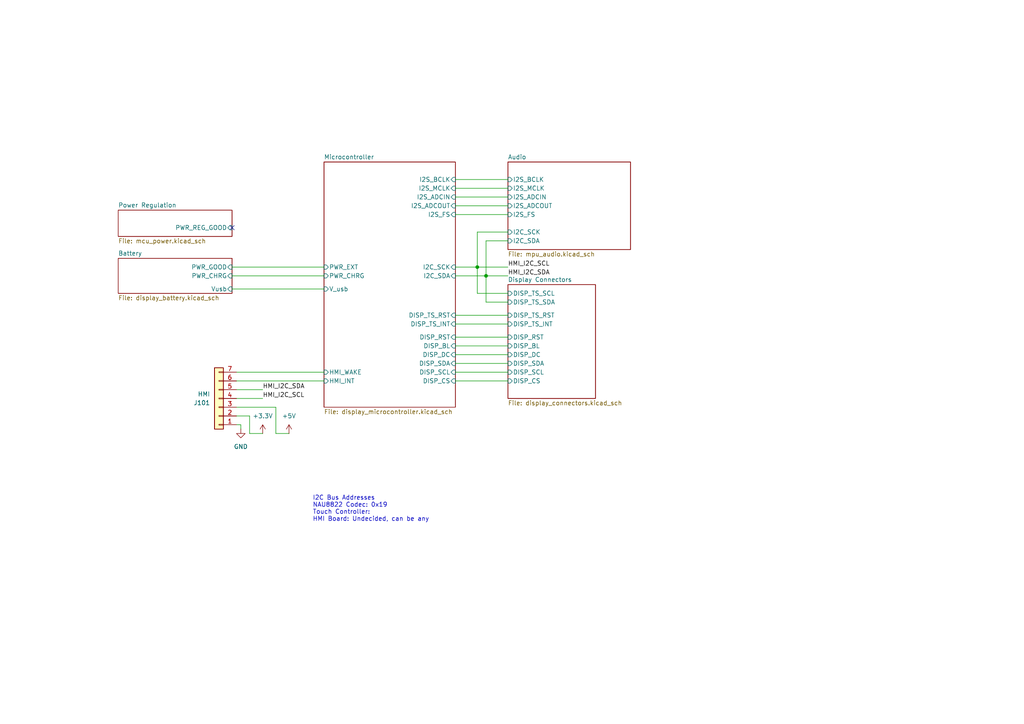
<source format=kicad_sch>
(kicad_sch (version 20250114) (generator "eeschema") (generator_version "9.0")
  (paper "A4")
  (lib_symbols
    (symbol "Connector_Generic:Conn_01x07" (pin_names (offset 1.016) (hide yes))
      (property "Reference" "J" (at 0 10.16 0))
      (property "Value" "Conn_01x07" (at 0 -10.16 0))
      (symbol "Conn_01x07_1_1"
        (rectangle (start -1.27 8.89) (end 1.27 -8.89) (stroke (width 0.254)) (fill (type background)))
        (rectangle (start -1.27 7.747) (end 0 7.493) (stroke (width 0.1524)))
        (rectangle (start -1.27 5.207) (end 0 4.953) (stroke (width 0.1524)))
        (rectangle (start -1.27 2.667) (end 0 2.413) (stroke (width 0.1524)))
        (rectangle (start -1.27 0.127) (end 0 -0.127) (stroke (width 0.1524)))
        (rectangle (start -1.27 -2.413) (end 0 -2.667) (stroke (width 0.1524)))
        (rectangle (start -1.27 -4.953) (end 0 -5.207) (stroke (width 0.1524)))
        (rectangle (start -1.27 -7.493) (end 0 -7.747) (stroke (width 0.1524)))
        (pin passive line (at -5.08 7.62 0) (length 3.81) (name "Pin_1") (number "1"))
        (pin passive line (at -5.08 5.08 0) (length 3.81) (name "Pin_2") (number "2"))
        (pin passive line (at -5.08 2.54 0) (length 3.81) (name "Pin_3") (number "3"))
        (pin passive line (at -5.08 0 0) (length 3.81) (name "Pin_4") (number "4"))
        (pin passive line (at -5.08 -2.54 0) (length 3.81) (name "Pin_5") (number "5"))
        (pin passive line (at -5.08 -5.08 0) (length 3.81) (name "Pin_6") (number "6"))
        (pin passive line (at -5.08 -7.62 0) (length 3.81) (name "Pin_7") (number "7"))
      )
    )
    (symbol "power:+3.3V" (power) (pin_numbers (hide yes)) (pin_names (offset 0) (hide yes))
      (property "Value" "+3.3V" (at 0 3.556 0))
      (symbol "+3.3V_0_1"
        (polyline (pts (xy -0.762 1.27) (xy 0 2.54)))
        (polyline (pts (xy 0 2.54) (xy 0.762 1.27)))
        (polyline (pts (xy 0 0) (xy 0 2.54)))
      )
      (symbol "+3.3V_1_1"
        (pin power_in line (at 0 0 90) (length 0) (name "~") (number "1"))
      )
    )
    (symbol "power:+5V" (power) (pin_numbers (hide yes)) (pin_names (offset 0) (hide yes))
      (property "Value" "+5V" (at 0 3.556 0))
      (symbol "+5V_0_1"
        (polyline (pts (xy -0.762 1.27) (xy 0 2.54)))
        (polyline (pts (xy 0 2.54) (xy 0.762 1.27)))
        (polyline (pts (xy 0 0) (xy 0 2.54)))
      )
      (symbol "+5V_1_1"
        (pin power_in line (at 0 0 90) (length 0) (name "~") (number "1"))
      )
    )
    (symbol "power:GND" (power) (pin_numbers (hide yes)) (pin_names (offset 0) (hide yes))
      (property "Value" "GND" (at 0 -3.81 0))
      (symbol "GND_0_1"
        (polyline (pts (xy 0 0) (xy 0 -1.27) (xy 1.27 -1.27) (xy 0 -2.54) (xy -1.27 -1.27) (xy 0 -1.27)))
      )
      (symbol "GND_1_1"
        (pin power_in line (at 0 0 270) (length 0) (name "~") (number "1"))
      )
    )
  )
  (text "I2C Bus Addresses\nNAU8822 Codec: 0x19\nTouch Controller:\nHMI Board: Undecided, can be any" (at 90.678 147.574 0) (effects (font (size 1.27 1.27)) (justify left)))
  (junction (at 138.43 77.47))
  (junction (at 140.97 80.01))
  (no_connect (at 67.31 66.04))
  (wire (pts (xy 132.08 97.79) (xy 147.32 97.79)))
  (wire (pts (xy 68.58 115.57) (xy 76.2 115.57)))
  (wire (pts (xy 140.97 87.63) (xy 147.32 87.63)))
  (wire (pts (xy 132.08 54.61) (xy 147.32 54.61)))
  (wire (pts (xy 67.31 80.01) (xy 93.98 80.01)))
  (wire (pts (xy 132.08 91.44) (xy 147.32 91.44)))
  (wire (pts (xy 140.97 80.01) (xy 147.32 80.01)))
  (wire (pts (xy 67.31 77.47) (xy 93.98 77.47)))
  (wire (pts (xy 132.08 100.33) (xy 147.32 100.33)))
  (wire (pts (xy 72.39 125.73) (xy 72.39 120.65)))
  (wire (pts (xy 80.01 125.73) (xy 80.01 118.11)))
  (wire (pts (xy 93.98 107.95) (xy 68.58 107.95)))
  (wire (pts (xy 69.85 123.19) (xy 68.58 123.19)))
  (wire (pts (xy 132.08 107.95) (xy 147.32 107.95)))
  (wire (pts (xy 132.08 105.41) (xy 147.32 105.41)))
  (wire (pts (xy 147.32 85.09) (xy 138.43 85.09)))
  (wire (pts (xy 132.08 62.23) (xy 147.32 62.23)))
  (wire (pts (xy 140.97 80.01) (xy 140.97 69.85)))
  (wire (pts (xy 138.43 77.47) (xy 147.32 77.47)))
  (wire (pts (xy 132.08 102.87) (xy 147.32 102.87)))
  (wire (pts (xy 68.58 113.03) (xy 76.2 113.03)))
  (wire (pts (xy 132.08 57.15) (xy 147.32 57.15)))
  (wire (pts (xy 132.08 77.47) (xy 138.43 77.47)))
  (wire (pts (xy 138.43 77.47) (xy 138.43 67.31)))
  (wire (pts (xy 132.08 93.98) (xy 147.32 93.98)))
  (wire (pts (xy 132.08 80.01) (xy 140.97 80.01)))
  (wire (pts (xy 140.97 80.01) (xy 140.97 87.63)))
  (wire (pts (xy 72.39 120.65) (xy 68.58 120.65)))
  (wire (pts (xy 83.82 125.73) (xy 80.01 125.73)))
  (wire (pts (xy 138.43 85.09) (xy 138.43 77.47)))
  (wire (pts (xy 67.31 83.82) (xy 93.98 83.82)))
  (wire (pts (xy 93.98 110.49) (xy 68.58 110.49)))
  (wire (pts (xy 76.2 125.73) (xy 72.39 125.73)))
  (wire (pts (xy 132.08 52.07) (xy 147.32 52.07)))
  (wire (pts (xy 140.97 69.85) (xy 147.32 69.85)))
  (wire (pts (xy 138.43 67.31) (xy 147.32 67.31)))
  (wire (pts (xy 80.01 118.11) (xy 68.58 118.11)))
  (wire (pts (xy 132.08 59.69) (xy 147.32 59.69)))
  (wire (pts (xy 69.85 124.46) (xy 69.85 123.19)))
  (wire (pts (xy 132.08 110.49) (xy 147.32 110.49)))
  (label "HMI_I2C_SDA" (at 76.2 113.03 0))
  (label "HMI_I2C_SCL" (at 147.32 77.47 0))
  (label "HMI_I2C_SDA" (at 147.32 80.01 0))
  (label "HMI_I2C_SCL" (at 76.2 115.57 0))
  (symbol (lib_id "power:+5V") (at 83.82 125.73 0) (mirror y) (unit 1)
    (property "Reference" "#PWR0103" (effects (hide yes)))
    (property "Value" "+5V" (at 83.82 120.65 0))
    (property "Description" "Power symbol creates a global label with name \"+5V\"" (effects (hide yes)))
  )
  (symbol (lib_id "Connector_Generic:Conn_01x07") (at 63.5 115.57 180) (unit 1)
    (property "Reference" "J101" (at 60.96 116.8401 0) (effects (justify left)))
    (property "Value" "HMI" (at 60.96 114.3001 0) (effects (justify left)))
    (property "Description" "Generic connector, single row, 01x07, script generated (kicad-library-utils/schlib/autogen/connector/)" (effects (hide yes)))
  )
  (symbol (lib_id "power:+3.3V") (at 76.2 125.73 0) (mirror y) (unit 1)
    (property "Reference" "#PWR0102" (effects (hide yes)))
    (property "Value" "+3.3V" (at 76.2 120.65 0))
    (property "Description" "Power symbol creates a global label with name \"+3.3V\"" (effects (hide yes)))
  )
  (symbol (lib_id "power:GND") (at 69.85 124.46 0) (mirror y) (unit 1)
    (property "Reference" "#PWR0101" (effects (hide yes)))
    (property "Value" "GND" (at 69.85 129.54 0))
    (property "Description" "Power symbol creates a global label with name \"GND\" , ground" (effects (hide yes)))
  )
  (sheet (at 34.29 60.96) (size 33.02 7.62) (stroke (width 0.1524))
    (property "Sheetname" "Power Regulation" (at 34.29 60.2484 0) (effects (justify left bottom)))
    (property "Sheetfile" "mcu_power.kicad_sch" (at 34.29 69.1646 0) (effects (justify left top)))
    (pin "PWR_REG_GOOD" input (at 67.31 66.04 0))
  )
  (sheet (at 147.32 82.55) (size 25.4 33.02) (stroke (width 0.1524))
    (property "Sheetname" "Display Connectors" (at 147.32 81.8384 0) (effects (justify left bottom)))
    (property "Sheetfile" "display_connectors.kicad_sch" (at 147.32 116.1546 0) (effects (justify left top)))
    (pin "DISP_BL" input (at 147.32 100.33 180))
    (pin "DISP_TS_SDA" input (at 147.32 87.63 180))
    (pin "DISP_RST" input (at 147.32 97.79 180))
    (pin "DISP_TS_RST" input (at 147.32 91.44 180))
    (pin "DISP_DC" input (at 147.32 102.87 180))
    (pin "DISP_SDA" input (at 147.32 105.41 180))
    (pin "DISP_TS_INT" input (at 147.32 93.98 180))
    (pin "DISP_SCL" input (at 147.32 107.95 180))
    (pin "DISP_TS_SCL" input (at 147.32 85.09 180))
    (pin "DISP_CS" input (at 147.32 110.49 180))
  )
  (sheet (at 147.32 46.99) (size 35.56 25.4) (stroke (width 0.1524))
    (property "Sheetname" "Audio" (at 147.32 46.2784 0) (effects (justify left bottom)))
    (property "Sheetfile" "mpu_audio.kicad_sch" (at 147.32 72.9746 0) (effects (justify left top)))
    (pin "I2C_SCK" input (at 147.32 67.31 180))
    (pin "I2S_BCLK" input (at 147.32 52.07 180))
    (pin "I2S_MCLK" input (at 147.32 54.61 180))
    (pin "I2S_ADCIN" input (at 147.32 57.15 180))
    (pin "I2S_ADCOUT" input (at 147.32 59.69 180))
    (pin "I2S_FS" input (at 147.32 62.23 180))
    (pin "I2C_SDA" input (at 147.32 69.85 180))
  )
  (sheet (at 34.29 74.93) (size 33.02 10.16) (stroke (width 0.1524))
    (property "Sheetname" "Battery" (at 34.29 74.2184 0) (effects (justify left bottom)))
    (property "Sheetfile" "display_battery.kicad_sch" (at 34.29 85.6746 0) (effects (justify left top)))
    (pin "Vusb" input (at 67.31 83.82 0))
    (pin "PWR_GOOD" input (at 67.31 77.47 0))
    (pin "PWR_CHRG" input (at 67.31 80.01 0))
  )
  (sheet (at 93.98 46.99) (size 38.1 71.12) (stroke (width 0.1524))
    (property "Sheetname" "Microcontroller" (at 93.98 46.2784 0) (effects (justify left bottom)))
    (property "Sheetfile" "display_microcontroller.kicad_sch" (at 93.98 118.6946 0) (effects (justify left top)))
    (pin "I2S_ADCOUT" input (at 132.08 59.69 0))
    (pin "I2S_FS" input (at 132.08 62.23 0))
    (pin "V_usb" input (at 93.98 83.82 180))
    (pin "I2S_BCLK" input (at 132.08 52.07 0))
    (pin "HMI_WAKE" input (at 93.98 107.95 180))
    (pin "DISP_CS" input (at 132.08 110.49 0))
    (pin "DISP_SDA" input (at 132.08 105.41 0))
    (pin "I2S_MCLK" input (at 132.08 54.61 0))
    (pin "DISP_RST" input (at 132.08 97.79 0))
    (pin "DISP_DC" input (at 132.08 102.87 0))
    (pin "DISP_SCL" input (at 132.08 107.95 0))
    (pin "DISP_TS_INT" input (at 132.08 93.98 0))
    (pin "DISP_TS_RST" input (at 132.08 91.44 0))
    (pin "HMI_INT" input (at 93.98 110.49 180))
    (pin "I2C_SCK" input (at 132.08 77.47 0))
    (pin "I2C_SDA" input (at 132.08 80.01 0))
    (pin "I2S_ADCIN" input (at 132.08 57.15 0))
    (pin "DISP_BL" input (at 132.08 100.33 0))
    (pin "PWR_EXT" input (at 93.98 77.47 180))
    (pin "PWR_CHRG" input (at 93.98 80.01 180))
  )
)
</source>
